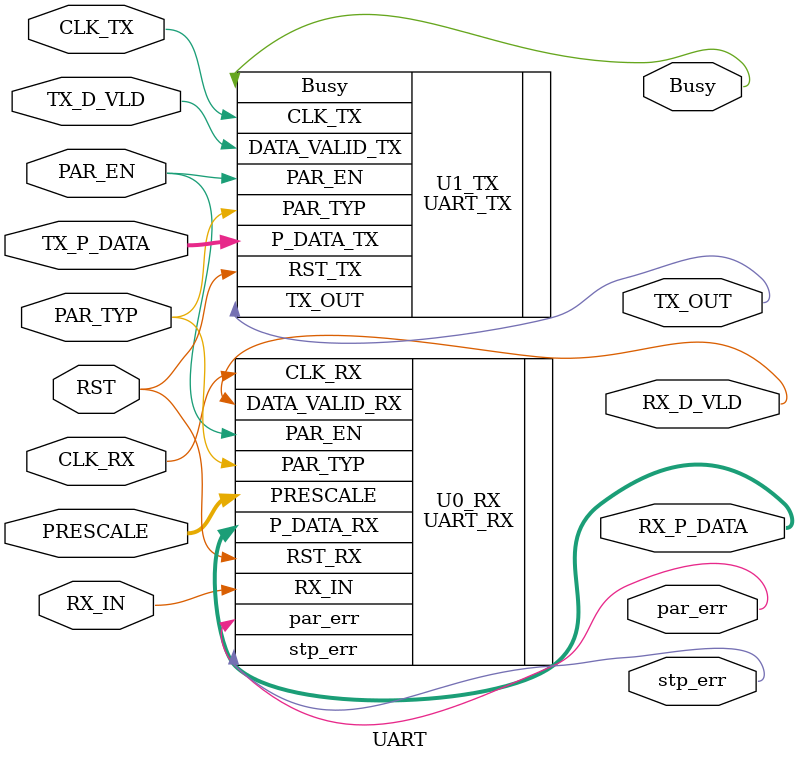
<source format=v>
module UART #(parameter  width  = 8)
(
 input wire                   RST      ,
///////////inputs of RX//////  
 input wire                   CLK_RX   ,
 input wire                   RX_IN    ,
/////////////output of RX////
 output wire [width - 1 : 0]  RX_P_DATA,
 output wire                  RX_D_VLD ,
/////////////inputs of TX//// 
 input wire  [width - 1 : 0]  TX_P_DATA,
 input wire                   TX_D_VLD ,
 input wire                   CLK_TX   ,
/////////////output of TX////
 output wire                  TX_OUT   , 
 output wire                  Busy     ,
////////////confg inputs/////
 input wire   [5:0]           PRESCALE ,
 input wire                   PAR_EN   ,
 input wire                   PAR_TYP  ,
////////////confg outputs////
 output wire                  par_err  ,
 output wire                  stp_err      

);

UART_RX  #(.width(width)) U0_RX (
.RX_IN(RX_IN),
.PRESCALE(PRESCALE),
.PAR_EN(PAR_EN),
.PAR_TYP(PAR_TYP),
.CLK_RX(CLK_RX),
.RST_RX(RST),
.DATA_VALID_RX(RX_D_VLD),
.P_DATA_RX(RX_P_DATA),
.par_err(par_err),
.stp_err(stp_err)

);


UART_TX #(.width(width)) U1_TX (
.P_DATA_TX(TX_P_DATA),
.DATA_VALID_TX(TX_D_VLD),
.PAR_EN(PAR_EN),
.PAR_TYP(PAR_TYP),
.CLK_TX(CLK_TX),
.RST_TX(RST),
.TX_OUT(TX_OUT),
.Busy(Busy)

);

endmodule
</source>
